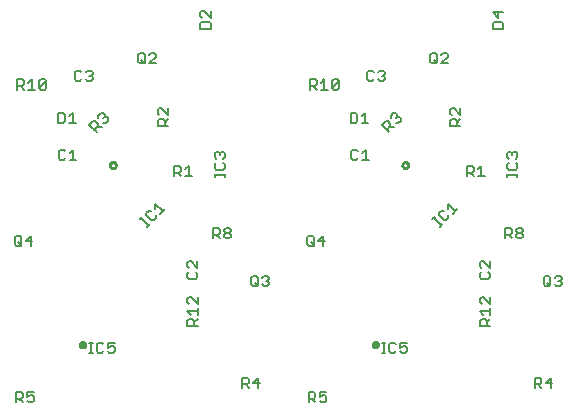
<source format=gto>
G75*
G70*
%OFA0B0*%
%FSLAX24Y24*%
%IPPOS*%
%LPD*%
%AMOC8*
5,1,8,0,0,1.08239X$1,22.5*
%
%ADD10C,0.0100*%
%ADD11C,0.0160*%
%ADD12C,0.0060*%
D10*
X003776Y011597D02*
X003778Y011617D01*
X003784Y011635D01*
X003793Y011653D01*
X003805Y011668D01*
X003820Y011680D01*
X003838Y011689D01*
X003856Y011695D01*
X003876Y011697D01*
X003896Y011695D01*
X003914Y011689D01*
X003932Y011680D01*
X003947Y011668D01*
X003959Y011653D01*
X003968Y011635D01*
X003974Y011617D01*
X003976Y011597D01*
X003974Y011577D01*
X003968Y011559D01*
X003959Y011541D01*
X003947Y011526D01*
X003932Y011514D01*
X003914Y011505D01*
X003896Y011499D01*
X003876Y011497D01*
X003856Y011499D01*
X003838Y011505D01*
X003820Y011514D01*
X003805Y011526D01*
X003793Y011541D01*
X003784Y011559D01*
X003778Y011577D01*
X003776Y011597D01*
X013526Y011597D02*
X013528Y011617D01*
X013534Y011635D01*
X013543Y011653D01*
X013555Y011668D01*
X013570Y011680D01*
X013588Y011689D01*
X013606Y011695D01*
X013626Y011697D01*
X013646Y011695D01*
X013664Y011689D01*
X013682Y011680D01*
X013697Y011668D01*
X013709Y011653D01*
X013718Y011635D01*
X013724Y011617D01*
X013726Y011597D01*
X013724Y011577D01*
X013718Y011559D01*
X013709Y011541D01*
X013697Y011526D01*
X013682Y011514D01*
X013664Y011505D01*
X013646Y011499D01*
X013626Y011497D01*
X013606Y011499D01*
X013588Y011505D01*
X013570Y011514D01*
X013555Y011526D01*
X013543Y011541D01*
X013534Y011559D01*
X013528Y011577D01*
X013526Y011597D01*
D11*
X012572Y005607D02*
X012574Y005621D01*
X012579Y005633D01*
X012588Y005644D01*
X012600Y005652D01*
X012613Y005657D01*
X012626Y005658D01*
X012640Y005655D01*
X012652Y005649D01*
X012663Y005639D01*
X012670Y005627D01*
X012674Y005614D01*
X012674Y005600D01*
X012670Y005587D01*
X012663Y005575D01*
X012652Y005565D01*
X012640Y005559D01*
X012626Y005556D01*
X012613Y005557D01*
X012600Y005562D01*
X012588Y005570D01*
X012579Y005581D01*
X012574Y005593D01*
X012572Y005607D01*
X002822Y005607D02*
X002824Y005621D01*
X002829Y005633D01*
X002838Y005644D01*
X002850Y005652D01*
X002863Y005657D01*
X002876Y005658D01*
X002890Y005655D01*
X002902Y005649D01*
X002913Y005639D01*
X002920Y005627D01*
X002924Y005614D01*
X002924Y005600D01*
X002920Y005587D01*
X002913Y005575D01*
X002902Y005565D01*
X002890Y005559D01*
X002876Y005556D01*
X002863Y005557D01*
X002850Y005562D01*
X002838Y005570D01*
X002829Y005581D01*
X002824Y005593D01*
X002822Y005607D01*
D12*
X000650Y004033D02*
X000650Y003692D01*
X000650Y003806D02*
X000820Y003806D01*
X000877Y003863D01*
X000877Y003976D01*
X000820Y004033D01*
X000650Y004033D01*
X000764Y003806D02*
X000877Y003692D01*
X001019Y003749D02*
X001075Y003692D01*
X001189Y003692D01*
X001245Y003749D01*
X001245Y003863D01*
X001189Y003919D01*
X001132Y003919D01*
X001019Y003863D01*
X001019Y004033D01*
X001245Y004033D01*
X003092Y005341D02*
X003205Y005341D01*
X003148Y005341D02*
X003148Y005682D01*
X003092Y005682D02*
X003205Y005682D01*
X003337Y005625D02*
X003337Y005398D01*
X003394Y005341D01*
X003507Y005341D01*
X003564Y005398D01*
X003706Y005398D02*
X003762Y005341D01*
X003876Y005341D01*
X003932Y005398D01*
X003932Y005512D01*
X003876Y005568D01*
X003819Y005568D01*
X003706Y005512D01*
X003706Y005682D01*
X003932Y005682D01*
X003564Y005625D02*
X003507Y005682D01*
X003394Y005682D01*
X003337Y005625D01*
X006354Y007854D02*
X006411Y007798D01*
X006637Y007798D01*
X006694Y007854D01*
X006694Y007968D01*
X006637Y008024D01*
X006694Y008166D02*
X006467Y008393D01*
X006411Y008393D01*
X006354Y008336D01*
X006354Y008223D01*
X006411Y008166D01*
X006411Y008024D02*
X006354Y007968D01*
X006354Y007854D01*
X006694Y008166D02*
X006694Y008393D01*
X007207Y009158D02*
X007207Y009498D01*
X007377Y009498D01*
X007434Y009442D01*
X007434Y009328D01*
X007377Y009271D01*
X007207Y009271D01*
X007320Y009271D02*
X007434Y009158D01*
X007575Y009215D02*
X007575Y009271D01*
X007632Y009328D01*
X007745Y009328D01*
X007802Y009271D01*
X007802Y009215D01*
X007745Y009158D01*
X007632Y009158D01*
X007575Y009215D01*
X007632Y009328D02*
X007575Y009385D01*
X007575Y009442D01*
X007632Y009498D01*
X007745Y009498D01*
X007802Y009442D01*
X007802Y009385D01*
X007745Y009328D01*
X008544Y007907D02*
X008658Y007907D01*
X008714Y007850D01*
X008714Y007623D01*
X008658Y007567D01*
X008544Y007567D01*
X008487Y007623D01*
X008487Y007850D01*
X008544Y007907D01*
X008856Y007850D02*
X008912Y007907D01*
X009026Y007907D01*
X009083Y007850D01*
X009083Y007794D01*
X009026Y007737D01*
X009083Y007680D01*
X009083Y007623D01*
X009026Y007567D01*
X008912Y007567D01*
X008856Y007623D01*
X008714Y007567D02*
X008601Y007680D01*
X008969Y007737D02*
X009026Y007737D01*
X010352Y008965D02*
X010409Y008908D01*
X010522Y008908D01*
X010579Y008965D01*
X010579Y009192D01*
X010522Y009249D01*
X010409Y009249D01*
X010352Y009192D01*
X010352Y008965D01*
X010466Y009022D02*
X010579Y008908D01*
X010720Y009078D02*
X010947Y009078D01*
X010891Y008908D02*
X010891Y009249D01*
X010720Y009078D01*
X011874Y011776D02*
X011987Y011776D01*
X012044Y011833D01*
X012185Y011776D02*
X012412Y011776D01*
X012299Y011776D02*
X012299Y012116D01*
X012185Y012003D01*
X012044Y012060D02*
X011987Y012116D01*
X011874Y012116D01*
X011817Y012060D01*
X011817Y011833D01*
X011874Y011776D01*
X013007Y012780D02*
X013127Y012900D01*
X013127Y012980D01*
X013047Y013061D01*
X012967Y013061D01*
X012847Y012940D01*
X013087Y012700D01*
X013087Y012860D02*
X013248Y012860D01*
X013308Y013000D02*
X013388Y013000D01*
X013468Y013080D01*
X013468Y013161D01*
X013428Y013201D01*
X013348Y013201D01*
X013308Y013161D01*
X013348Y013201D02*
X013348Y013281D01*
X013308Y013321D01*
X013228Y013321D01*
X013147Y013241D01*
X013147Y013161D01*
X012395Y013000D02*
X012169Y013000D01*
X012282Y013000D02*
X012282Y013340D01*
X012169Y013227D01*
X012027Y013283D02*
X012027Y013057D01*
X011970Y013000D01*
X011800Y013000D01*
X011800Y013340D01*
X011970Y013340D01*
X012027Y013283D01*
X011349Y014114D02*
X011236Y014114D01*
X011179Y014171D01*
X011406Y014398D01*
X011406Y014171D01*
X011349Y014114D01*
X011179Y014171D02*
X011179Y014398D01*
X011236Y014454D01*
X011349Y014454D01*
X011406Y014398D01*
X011038Y014114D02*
X010811Y014114D01*
X010924Y014114D02*
X010924Y014454D01*
X010811Y014341D01*
X010669Y014398D02*
X010669Y014284D01*
X010613Y014228D01*
X010442Y014228D01*
X010556Y014228D02*
X010669Y014114D01*
X010442Y014114D02*
X010442Y014454D01*
X010613Y014454D01*
X010669Y014398D01*
X012354Y014463D02*
X012411Y014407D01*
X012525Y014407D01*
X012581Y014463D01*
X012723Y014463D02*
X012780Y014407D01*
X012893Y014407D01*
X012950Y014463D01*
X012950Y014520D01*
X012893Y014577D01*
X012836Y014577D01*
X012893Y014577D02*
X012950Y014634D01*
X012950Y014690D01*
X012893Y014747D01*
X012780Y014747D01*
X012723Y014690D01*
X012581Y014690D02*
X012525Y014747D01*
X012411Y014747D01*
X012354Y014690D01*
X012354Y014463D01*
X014460Y015042D02*
X014516Y014986D01*
X014630Y014986D01*
X014687Y015042D01*
X014687Y015269D01*
X014630Y015326D01*
X014516Y015326D01*
X014460Y015269D01*
X014460Y015042D01*
X014573Y015099D02*
X014687Y014986D01*
X014828Y014986D02*
X015055Y015212D01*
X015055Y015269D01*
X014998Y015326D01*
X014885Y015326D01*
X014828Y015269D01*
X014828Y014986D02*
X015055Y014986D01*
X016546Y016148D02*
X016546Y016319D01*
X016602Y016375D01*
X016829Y016375D01*
X016886Y016319D01*
X016886Y016148D01*
X016546Y016148D01*
X016716Y016517D02*
X016716Y016744D01*
X016886Y016687D02*
X016546Y016687D01*
X016716Y016517D01*
X015463Y013486D02*
X015463Y013259D01*
X015236Y013486D01*
X015179Y013486D01*
X015123Y013429D01*
X015123Y013316D01*
X015179Y013259D01*
X015179Y013118D02*
X015293Y013118D01*
X015349Y013061D01*
X015349Y012891D01*
X015349Y013004D02*
X015463Y013118D01*
X015463Y012891D02*
X015123Y012891D01*
X015123Y013061D01*
X015179Y013118D01*
X015674Y011569D02*
X015845Y011569D01*
X015901Y011512D01*
X015901Y011399D01*
X015845Y011342D01*
X015674Y011342D01*
X015674Y011229D02*
X015674Y011569D01*
X015788Y011342D02*
X015901Y011229D01*
X016043Y011229D02*
X016270Y011229D01*
X016156Y011229D02*
X016156Y011569D01*
X016043Y011455D01*
X017015Y011504D02*
X017072Y011448D01*
X017299Y011448D01*
X017355Y011504D01*
X017355Y011618D01*
X017299Y011674D01*
X017299Y011816D02*
X017355Y011873D01*
X017355Y011986D01*
X017299Y012043D01*
X017242Y012043D01*
X017185Y011986D01*
X017185Y011929D01*
X017185Y011986D02*
X017128Y012043D01*
X017072Y012043D01*
X017015Y011986D01*
X017015Y011873D01*
X017072Y011816D01*
X017072Y011674D02*
X017015Y011618D01*
X017015Y011504D01*
X017015Y011315D02*
X017015Y011202D01*
X017015Y011259D02*
X017355Y011259D01*
X017355Y011315D02*
X017355Y011202D01*
X017382Y009498D02*
X017325Y009442D01*
X017325Y009385D01*
X017382Y009328D01*
X017495Y009328D01*
X017552Y009271D01*
X017552Y009215D01*
X017495Y009158D01*
X017382Y009158D01*
X017325Y009215D01*
X017325Y009271D01*
X017382Y009328D01*
X017495Y009328D02*
X017552Y009385D01*
X017552Y009442D01*
X017495Y009498D01*
X017382Y009498D01*
X017184Y009442D02*
X017184Y009328D01*
X017127Y009271D01*
X016957Y009271D01*
X016957Y009158D02*
X016957Y009498D01*
X017127Y009498D01*
X017184Y009442D01*
X017070Y009271D02*
X017184Y009158D01*
X016444Y008393D02*
X016444Y008166D01*
X016217Y008393D01*
X016161Y008393D01*
X016104Y008336D01*
X016104Y008223D01*
X016161Y008166D01*
X016161Y008024D02*
X016104Y007968D01*
X016104Y007854D01*
X016161Y007798D01*
X016387Y007798D01*
X016444Y007854D01*
X016444Y007968D01*
X016387Y008024D01*
X016449Y007201D02*
X016449Y006975D01*
X016222Y007201D01*
X016165Y007201D01*
X016108Y007145D01*
X016108Y007031D01*
X016165Y006975D01*
X016108Y006720D02*
X016449Y006720D01*
X016449Y006833D02*
X016449Y006606D01*
X016449Y006465D02*
X016335Y006351D01*
X016335Y006408D02*
X016335Y006238D01*
X016449Y006238D02*
X016108Y006238D01*
X016108Y006408D01*
X016165Y006465D01*
X016278Y006465D01*
X016335Y006408D01*
X016222Y006606D02*
X016108Y006720D01*
X018237Y007623D02*
X018294Y007567D01*
X018408Y007567D01*
X018464Y007623D01*
X018464Y007850D01*
X018408Y007907D01*
X018294Y007907D01*
X018237Y007850D01*
X018237Y007623D01*
X018351Y007680D02*
X018464Y007567D01*
X018606Y007623D02*
X018662Y007567D01*
X018776Y007567D01*
X018833Y007623D01*
X018833Y007680D01*
X018776Y007737D01*
X018719Y007737D01*
X018776Y007737D02*
X018833Y007794D01*
X018833Y007850D01*
X018776Y007907D01*
X018662Y007907D01*
X018606Y007850D01*
X015363Y010140D02*
X015203Y009979D01*
X015283Y010060D02*
X015042Y010300D01*
X015042Y010140D01*
X014902Y010080D02*
X014822Y010080D01*
X014742Y010000D01*
X014742Y009919D01*
X014902Y009759D01*
X014983Y009759D01*
X015063Y009839D01*
X015063Y009919D01*
X014849Y009625D02*
X014769Y009545D01*
X014809Y009585D02*
X014568Y009826D01*
X014528Y009786D02*
X014608Y009866D01*
X013682Y005682D02*
X013456Y005682D01*
X013456Y005512D01*
X013569Y005568D01*
X013626Y005568D01*
X013682Y005512D01*
X013682Y005398D01*
X013626Y005341D01*
X013512Y005341D01*
X013456Y005398D01*
X013314Y005398D02*
X013257Y005341D01*
X013144Y005341D01*
X013087Y005398D01*
X013087Y005625D01*
X013144Y005682D01*
X013257Y005682D01*
X013314Y005625D01*
X012955Y005682D02*
X012842Y005682D01*
X012898Y005682D02*
X012898Y005341D01*
X012842Y005341D02*
X012955Y005341D01*
X010995Y004033D02*
X010769Y004033D01*
X010769Y003863D01*
X010882Y003919D01*
X010939Y003919D01*
X010995Y003863D01*
X010995Y003749D01*
X010939Y003692D01*
X010825Y003692D01*
X010769Y003749D01*
X010627Y003692D02*
X010514Y003806D01*
X010570Y003806D02*
X010400Y003806D01*
X010400Y003692D02*
X010400Y004033D01*
X010570Y004033D01*
X010627Y003976D01*
X010627Y003863D01*
X010570Y003806D01*
X008781Y004343D02*
X008554Y004343D01*
X008724Y004514D01*
X008724Y004173D01*
X008412Y004173D02*
X008299Y004287D01*
X008356Y004287D02*
X008185Y004287D01*
X008185Y004173D02*
X008185Y004514D01*
X008356Y004514D01*
X008412Y004457D01*
X008412Y004343D01*
X008356Y004287D01*
X006699Y006238D02*
X006358Y006238D01*
X006358Y006408D01*
X006415Y006465D01*
X006528Y006465D01*
X006585Y006408D01*
X006585Y006238D01*
X006585Y006351D02*
X006699Y006465D01*
X006699Y006606D02*
X006699Y006833D01*
X006699Y006720D02*
X006358Y006720D01*
X006472Y006606D01*
X006415Y006975D02*
X006358Y007031D01*
X006358Y007145D01*
X006415Y007201D01*
X006472Y007201D01*
X006699Y006975D01*
X006699Y007201D01*
X005019Y009545D02*
X005099Y009625D01*
X005059Y009585D02*
X004818Y009826D01*
X004778Y009786D02*
X004858Y009866D01*
X004992Y009919D02*
X005152Y009759D01*
X005233Y009759D01*
X005313Y009839D01*
X005313Y009919D01*
X005453Y009979D02*
X005613Y010140D01*
X005533Y010060D02*
X005292Y010300D01*
X005292Y010140D01*
X005152Y010080D02*
X005072Y010080D01*
X004992Y010000D01*
X004992Y009919D01*
X005924Y011229D02*
X005924Y011569D01*
X006095Y011569D01*
X006151Y011512D01*
X006151Y011399D01*
X006095Y011342D01*
X005924Y011342D01*
X006038Y011342D02*
X006151Y011229D01*
X006293Y011229D02*
X006520Y011229D01*
X006406Y011229D02*
X006406Y011569D01*
X006293Y011455D01*
X007265Y011504D02*
X007322Y011448D01*
X007549Y011448D01*
X007605Y011504D01*
X007605Y011618D01*
X007549Y011674D01*
X007549Y011816D02*
X007605Y011873D01*
X007605Y011986D01*
X007549Y012043D01*
X007492Y012043D01*
X007435Y011986D01*
X007435Y011929D01*
X007435Y011986D02*
X007378Y012043D01*
X007322Y012043D01*
X007265Y011986D01*
X007265Y011873D01*
X007322Y011816D01*
X007322Y011674D02*
X007265Y011618D01*
X007265Y011504D01*
X007265Y011315D02*
X007265Y011202D01*
X007265Y011259D02*
X007605Y011259D01*
X007605Y011315D02*
X007605Y011202D01*
X005713Y012891D02*
X005373Y012891D01*
X005373Y013061D01*
X005429Y013118D01*
X005543Y013118D01*
X005599Y013061D01*
X005599Y012891D01*
X005599Y013004D02*
X005713Y013118D01*
X005713Y013259D02*
X005486Y013486D01*
X005429Y013486D01*
X005373Y013429D01*
X005373Y013316D01*
X005429Y013259D01*
X005713Y013259D02*
X005713Y013486D01*
X005305Y014986D02*
X005078Y014986D01*
X005305Y015212D01*
X005305Y015269D01*
X005248Y015326D01*
X005135Y015326D01*
X005078Y015269D01*
X004937Y015269D02*
X004937Y015042D01*
X004880Y014986D01*
X004766Y014986D01*
X004710Y015042D01*
X004710Y015269D01*
X004766Y015326D01*
X004880Y015326D01*
X004937Y015269D01*
X004823Y015099D02*
X004937Y014986D01*
X003200Y014690D02*
X003200Y014634D01*
X003143Y014577D01*
X003200Y014520D01*
X003200Y014463D01*
X003143Y014407D01*
X003030Y014407D01*
X002973Y014463D01*
X002831Y014463D02*
X002775Y014407D01*
X002661Y014407D01*
X002604Y014463D01*
X002604Y014690D01*
X002661Y014747D01*
X002775Y014747D01*
X002831Y014690D01*
X002973Y014690D02*
X003030Y014747D01*
X003143Y014747D01*
X003200Y014690D01*
X003143Y014577D02*
X003086Y014577D01*
X003478Y013321D02*
X003397Y013241D01*
X003397Y013161D01*
X003297Y013061D02*
X003377Y012980D01*
X003377Y012900D01*
X003257Y012780D01*
X003337Y012860D02*
X003498Y012860D01*
X003558Y013000D02*
X003638Y013000D01*
X003718Y013080D01*
X003718Y013161D01*
X003678Y013201D01*
X003598Y013201D01*
X003558Y013161D01*
X003598Y013201D02*
X003598Y013281D01*
X003558Y013321D01*
X003478Y013321D01*
X003297Y013061D02*
X003217Y013061D01*
X003097Y012940D01*
X003337Y012700D01*
X002645Y013000D02*
X002419Y013000D01*
X002532Y013000D02*
X002532Y013340D01*
X002419Y013227D01*
X002277Y013283D02*
X002277Y013057D01*
X002220Y013000D01*
X002050Y013000D01*
X002050Y013340D01*
X002220Y013340D01*
X002277Y013283D01*
X001599Y014114D02*
X001486Y014114D01*
X001429Y014171D01*
X001656Y014398D01*
X001656Y014171D01*
X001599Y014114D01*
X001429Y014171D02*
X001429Y014398D01*
X001486Y014454D01*
X001599Y014454D01*
X001656Y014398D01*
X001288Y014114D02*
X001061Y014114D01*
X001174Y014114D02*
X001174Y014454D01*
X001061Y014341D01*
X000919Y014398D02*
X000919Y014284D01*
X000863Y014228D01*
X000692Y014228D01*
X000806Y014228D02*
X000919Y014114D01*
X000692Y014114D02*
X000692Y014454D01*
X000863Y014454D01*
X000919Y014398D01*
X002124Y012116D02*
X002067Y012060D01*
X002067Y011833D01*
X002124Y011776D01*
X002237Y011776D01*
X002294Y011833D01*
X002435Y011776D02*
X002662Y011776D01*
X002549Y011776D02*
X002549Y012116D01*
X002435Y012003D01*
X002294Y012060D02*
X002237Y012116D01*
X002124Y012116D01*
X001141Y009249D02*
X000970Y009078D01*
X001197Y009078D01*
X001141Y008908D02*
X001141Y009249D01*
X000829Y009192D02*
X000829Y008965D01*
X000772Y008908D01*
X000659Y008908D01*
X000602Y008965D01*
X000602Y009192D01*
X000659Y009249D01*
X000772Y009249D01*
X000829Y009192D01*
X000716Y009022D02*
X000829Y008908D01*
X006796Y016148D02*
X006796Y016319D01*
X006852Y016375D01*
X007079Y016375D01*
X007136Y016319D01*
X007136Y016148D01*
X006796Y016148D01*
X006852Y016517D02*
X006796Y016573D01*
X006796Y016687D01*
X006852Y016744D01*
X006909Y016744D01*
X007136Y016517D01*
X007136Y016744D01*
X017935Y004514D02*
X018106Y004514D01*
X018162Y004457D01*
X018162Y004343D01*
X018106Y004287D01*
X017935Y004287D01*
X017935Y004173D02*
X017935Y004514D01*
X018049Y004287D02*
X018162Y004173D01*
X018304Y004343D02*
X018531Y004343D01*
X018474Y004173D02*
X018474Y004514D01*
X018304Y004343D01*
M02*

</source>
